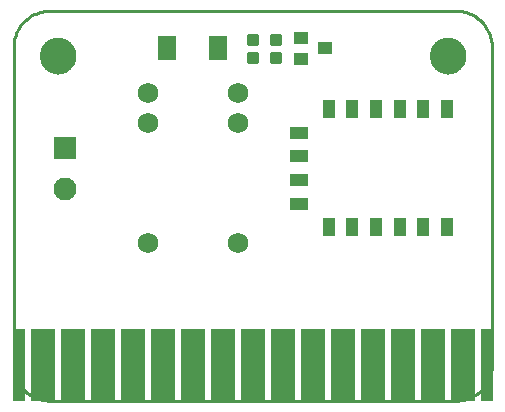
<source format=gts>
G75*
G70*
%OFA0B0*%
%FSLAX24Y24*%
%IPPOS*%
%LPD*%
%AMOC8*
5,1,8,0,0,1.08239X$1,22.5*
%
%ADD10R,0.0434X0.0631*%
%ADD11R,0.0631X0.0434*%
%ADD12R,0.0490X0.0440*%
%ADD13C,0.0098*%
%ADD14R,0.0768X0.0768*%
%ADD15C,0.0768*%
%ADD16R,0.0640X0.0840*%
%ADD17C,0.0690*%
%ADD18C,0.0100*%
%ADD19R,0.0827X0.2402*%
%ADD20R,0.0434X0.2402*%
%ADD21C,0.0000*%
%ADD22C,0.1221*%
D10*
X010691Y005941D03*
X011479Y005941D03*
X012266Y005941D03*
X013054Y005941D03*
X013841Y005941D03*
X014629Y005941D03*
X014629Y009879D03*
X013841Y009879D03*
X013054Y009879D03*
X012266Y009879D03*
X011479Y009879D03*
X010691Y009879D03*
D11*
X009707Y009091D03*
X009707Y008304D03*
X009707Y007516D03*
X009707Y006729D03*
D12*
X009760Y011560D03*
X009760Y012260D03*
X010560Y011910D03*
D13*
X008764Y011756D02*
X008764Y011464D01*
X008764Y011756D02*
X009056Y011756D01*
X009056Y011464D01*
X008764Y011464D01*
X008764Y011561D02*
X009056Y011561D01*
X009056Y011658D02*
X008764Y011658D01*
X008764Y011755D02*
X009056Y011755D01*
X008764Y012064D02*
X008764Y012356D01*
X009056Y012356D01*
X009056Y012064D01*
X008764Y012064D01*
X008764Y012161D02*
X009056Y012161D01*
X009056Y012258D02*
X008764Y012258D01*
X008764Y012355D02*
X009056Y012355D01*
X008306Y012356D02*
X008306Y012064D01*
X008014Y012064D01*
X008014Y012356D01*
X008306Y012356D01*
X008306Y012161D02*
X008014Y012161D01*
X008014Y012258D02*
X008306Y012258D01*
X008306Y012355D02*
X008014Y012355D01*
X008306Y011756D02*
X008306Y011464D01*
X008014Y011464D01*
X008014Y011756D01*
X008306Y011756D01*
X008306Y011561D02*
X008014Y011561D01*
X008014Y011658D02*
X008306Y011658D01*
X008306Y011755D02*
X008014Y011755D01*
D14*
X001910Y008599D03*
D15*
X001910Y007221D03*
D16*
X005310Y011910D03*
X007010Y011910D03*
D17*
X007660Y010410D03*
X007660Y009410D03*
X004660Y009410D03*
X004660Y010410D03*
X004660Y005410D03*
X007660Y005410D03*
D18*
X001388Y000164D02*
X014932Y000164D01*
X014999Y000166D01*
X015066Y000172D01*
X015133Y000181D01*
X015199Y000194D01*
X015264Y000211D01*
X015328Y000231D01*
X015391Y000255D01*
X015453Y000283D01*
X015512Y000314D01*
X015570Y000348D01*
X015626Y000385D01*
X015680Y000426D01*
X015732Y000469D01*
X015781Y000515D01*
X015827Y000564D01*
X015870Y000616D01*
X015911Y000670D01*
X015948Y000726D01*
X015982Y000784D01*
X016013Y000843D01*
X016041Y000905D01*
X016065Y000968D01*
X016085Y001032D01*
X016102Y001097D01*
X016115Y001163D01*
X016124Y001230D01*
X016130Y001297D01*
X016132Y001364D01*
X016132Y011956D01*
X016130Y012023D01*
X016124Y012090D01*
X016115Y012157D01*
X016102Y012223D01*
X016085Y012288D01*
X016065Y012352D01*
X016041Y012415D01*
X016013Y012477D01*
X015982Y012536D01*
X015948Y012594D01*
X015911Y012650D01*
X015870Y012704D01*
X015827Y012756D01*
X015781Y012805D01*
X015732Y012851D01*
X015680Y012894D01*
X015626Y012935D01*
X015570Y012972D01*
X015512Y013006D01*
X015453Y013037D01*
X015391Y013065D01*
X015328Y013089D01*
X015264Y013109D01*
X015199Y013126D01*
X015133Y013139D01*
X015066Y013148D01*
X014999Y013154D01*
X014932Y013156D01*
X001388Y013156D01*
X001321Y013154D01*
X001254Y013148D01*
X001187Y013139D01*
X001121Y013126D01*
X001056Y013109D01*
X000992Y013089D01*
X000929Y013065D01*
X000867Y013037D01*
X000808Y013006D01*
X000750Y012972D01*
X000694Y012935D01*
X000640Y012894D01*
X000588Y012851D01*
X000539Y012805D01*
X000493Y012756D01*
X000450Y012704D01*
X000409Y012650D01*
X000372Y012594D01*
X000338Y012536D01*
X000307Y012477D01*
X000279Y012415D01*
X000255Y012352D01*
X000235Y012288D01*
X000218Y012223D01*
X000205Y012157D01*
X000196Y012090D01*
X000190Y012023D01*
X000188Y011956D01*
X000188Y001364D01*
X000190Y001297D01*
X000196Y001230D01*
X000205Y001163D01*
X000218Y001097D01*
X000235Y001032D01*
X000255Y000968D01*
X000279Y000905D01*
X000307Y000843D01*
X000338Y000784D01*
X000372Y000726D01*
X000409Y000670D01*
X000450Y000616D01*
X000493Y000564D01*
X000539Y000515D01*
X000588Y000469D01*
X000640Y000426D01*
X000694Y000385D01*
X000750Y000348D01*
X000808Y000314D01*
X000867Y000283D01*
X000929Y000255D01*
X000992Y000231D01*
X001056Y000211D01*
X001121Y000194D01*
X001187Y000181D01*
X001254Y000172D01*
X001321Y000166D01*
X001388Y000164D01*
D19*
X001160Y001348D03*
X002160Y001348D03*
X003160Y001348D03*
X004160Y001348D03*
X005160Y001348D03*
X006160Y001348D03*
X007160Y001348D03*
X008160Y001348D03*
X009160Y001348D03*
X010160Y001348D03*
X011160Y001348D03*
X012160Y001348D03*
X013160Y001348D03*
X014160Y001348D03*
X015160Y001348D03*
D20*
X015955Y001348D03*
X000365Y001348D03*
D21*
X001069Y011660D02*
X001071Y011708D01*
X001077Y011756D01*
X001087Y011803D01*
X001100Y011849D01*
X001118Y011894D01*
X001138Y011938D01*
X001163Y011980D01*
X001191Y012019D01*
X001221Y012056D01*
X001255Y012090D01*
X001292Y012122D01*
X001330Y012151D01*
X001371Y012176D01*
X001414Y012198D01*
X001459Y012216D01*
X001505Y012230D01*
X001552Y012241D01*
X001600Y012248D01*
X001648Y012251D01*
X001696Y012250D01*
X001744Y012245D01*
X001792Y012236D01*
X001838Y012224D01*
X001883Y012207D01*
X001927Y012187D01*
X001969Y012164D01*
X002009Y012137D01*
X002047Y012107D01*
X002082Y012074D01*
X002114Y012038D01*
X002144Y012000D01*
X002170Y011959D01*
X002192Y011916D01*
X002212Y011872D01*
X002227Y011827D01*
X002239Y011780D01*
X002247Y011732D01*
X002251Y011684D01*
X002251Y011636D01*
X002247Y011588D01*
X002239Y011540D01*
X002227Y011493D01*
X002212Y011448D01*
X002192Y011404D01*
X002170Y011361D01*
X002144Y011320D01*
X002114Y011282D01*
X002082Y011246D01*
X002047Y011213D01*
X002009Y011183D01*
X001969Y011156D01*
X001927Y011133D01*
X001883Y011113D01*
X001838Y011096D01*
X001792Y011084D01*
X001744Y011075D01*
X001696Y011070D01*
X001648Y011069D01*
X001600Y011072D01*
X001552Y011079D01*
X001505Y011090D01*
X001459Y011104D01*
X001414Y011122D01*
X001371Y011144D01*
X001330Y011169D01*
X001292Y011198D01*
X001255Y011230D01*
X001221Y011264D01*
X001191Y011301D01*
X001163Y011340D01*
X001138Y011382D01*
X001118Y011426D01*
X001100Y011471D01*
X001087Y011517D01*
X001077Y011564D01*
X001071Y011612D01*
X001069Y011660D01*
X014069Y011660D02*
X014071Y011708D01*
X014077Y011756D01*
X014087Y011803D01*
X014100Y011849D01*
X014118Y011894D01*
X014138Y011938D01*
X014163Y011980D01*
X014191Y012019D01*
X014221Y012056D01*
X014255Y012090D01*
X014292Y012122D01*
X014330Y012151D01*
X014371Y012176D01*
X014414Y012198D01*
X014459Y012216D01*
X014505Y012230D01*
X014552Y012241D01*
X014600Y012248D01*
X014648Y012251D01*
X014696Y012250D01*
X014744Y012245D01*
X014792Y012236D01*
X014838Y012224D01*
X014883Y012207D01*
X014927Y012187D01*
X014969Y012164D01*
X015009Y012137D01*
X015047Y012107D01*
X015082Y012074D01*
X015114Y012038D01*
X015144Y012000D01*
X015170Y011959D01*
X015192Y011916D01*
X015212Y011872D01*
X015227Y011827D01*
X015239Y011780D01*
X015247Y011732D01*
X015251Y011684D01*
X015251Y011636D01*
X015247Y011588D01*
X015239Y011540D01*
X015227Y011493D01*
X015212Y011448D01*
X015192Y011404D01*
X015170Y011361D01*
X015144Y011320D01*
X015114Y011282D01*
X015082Y011246D01*
X015047Y011213D01*
X015009Y011183D01*
X014969Y011156D01*
X014927Y011133D01*
X014883Y011113D01*
X014838Y011096D01*
X014792Y011084D01*
X014744Y011075D01*
X014696Y011070D01*
X014648Y011069D01*
X014600Y011072D01*
X014552Y011079D01*
X014505Y011090D01*
X014459Y011104D01*
X014414Y011122D01*
X014371Y011144D01*
X014330Y011169D01*
X014292Y011198D01*
X014255Y011230D01*
X014221Y011264D01*
X014191Y011301D01*
X014163Y011340D01*
X014138Y011382D01*
X014118Y011426D01*
X014100Y011471D01*
X014087Y011517D01*
X014077Y011564D01*
X014071Y011612D01*
X014069Y011660D01*
D22*
X014660Y011660D03*
X001660Y011660D03*
M02*

</source>
